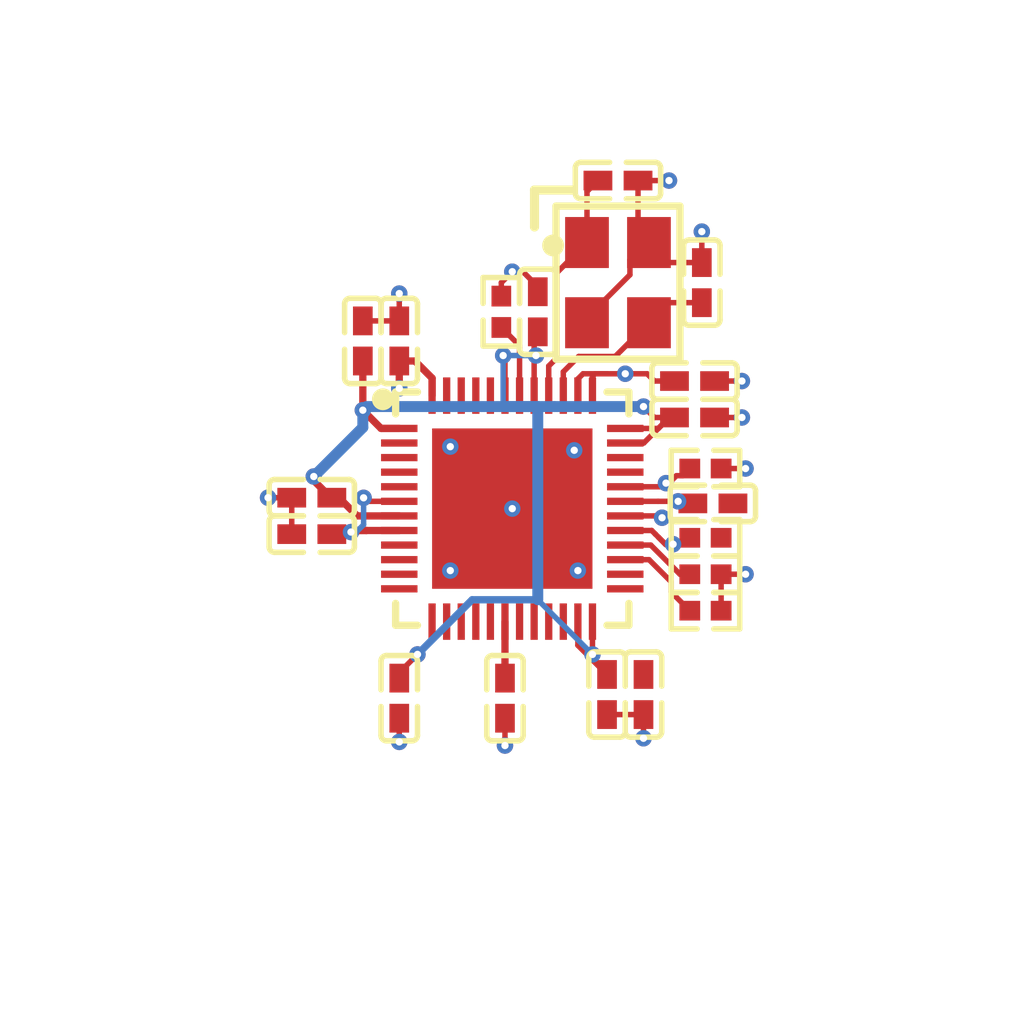
<source format=kicad_pcb>
(kicad_pcb (version 20241229) (generator "pcbnew") (generator_version "9.0")
  (layers (0 "F.Cu" signal) (2 "B.Cu" signal) (13 "F.Paste" user) (15 "B.Paste" user) (5 "F.SilkS" user "F.Silkscreen") (7 "B.SilkS" user "B.Silkscreen") (1 "F.Mask" user) (3 "B.Mask" user) (25 "Edge.Cuts" user))
  (net 0 "")
  (net 1 "ethernets[3]-ETH_LED_LINK")
  (net 2 "ethernets[4]-ETH_P0_N")
  (net 3 "SCL")
  (net 4 "ethernets[0]-ETH_P1_N")
  (net 5 "ethernets[1]-ETH_LED_LINK")
  (net 6 "ethernets[4]-ETH_P1_N")
  (net 7 "ethernets[3]-ETH_P0_N")
  (net 8 "ethernets[0]-ETH_P1_P")
  (net 9 "ethernets[0]-ETH_P0_N")
  (net 10 "ethernets[4]-ETH_P0_P")
  (net 11 "ethernets[3]-ETH_P0_P")
  (net 12 "ethernets[1]-ETH_P1_P")
  (net 13 "ethernets[2]-ETH_P0_N")
  (net 14 "ethernets[2]-ETH_P1_N")
  (net 15 "ethernets[1]-ETH_P0_P")
  (net 16 "ethernets[2]-ETH_P0_P")
  (net 17 "ethernets[4]-ETH_P1_P")
  (net 18 "ethernets[1]-ETH_P1_N")
  (net 19 "ethernets[0]-ETH_P0_P")
  (net 20 "ethernets[2]-ETH_P1_P")
  (net 21 "ethernets[3]-ETH_P1_P")
  (net 22 "ethernets[4]-ETH_LED_LINK")
  (net 23 "SDA")
  (net 24 "ethernets[3]-ETH_P1_N")
  (net 25 "ethernets[1]-ETH_P0_N")
  (net 26 "_power_1v2-VCC")
  (net 27 "GND")
  (net 28 "XO")
  (net 29 "IBREF")
  (net 30 "power_3v3-VCC")
  (net 31 "XI")
  (net 32 "RESETB")
  (net 33 "ethernets[2]-ETH_LED_LINK")
  (net 34 "LDIND_DIS_LD")
  (net 35 "ethernets[0]-ETH_LED_LINK")
  (footprint "Samsung_Electro_Mechanics_CL05B104KO5NNNC:C0402" (layer "F.Cu") (at 157.1 118 180)
    (property "Reference" "C8" (hide yes))
    (property "Value" "100nF ±10% 16V X7R")
    (fp_line (start 1.17 0.35) (end 1.17 -0.35) (stroke (width 0.15)) (layer "F.SilkS"))
    (fp_line (start 1.02 -0.5) (end 0.23 -0.5) (stroke (width 0.15)) (layer "F.SilkS"))
    (fp_line (start 0.23 0.5) (end 1.02 0.5) (stroke (width 0.15)) (layer "F.SilkS"))
    (fp_line (start -0.23 0.5) (end -1.02 0.5) (stroke (width 0.15)) (layer "F.SilkS"))
    (fp_line (start -1.02 -0.5) (end -0.23 -0.5) (stroke (width 0.15)) (layer "F.SilkS"))
    (fp_line (start -1.17 0.35) (end -1.17 -0.35) (stroke (width 0.15)) (layer "F.SilkS"))
    (fp_arc (start 1.17 0.35) (mid 1.126066 0.456066) (end 1.02 0.5) (stroke (width 0.15)) (layer "F.SilkS"))
    (fp_arc (start 1.02 -0.5) (mid 1.126066 -0.456066) (end 1.17 -0.35) (stroke (width 0.15)) (layer "F.SilkS"))
    (fp_arc (start -1.02 0.5) (mid -1.126066 0.456066) (end -1.17 0.35) (stroke (width 0.15)) (layer "F.SilkS"))
    (fp_arc (start -1.17 -0.35) (mid -1.126066 -0.456066) (end -1.02 -0.5) (stroke (width 0.15)) (layer "F.SilkS"))
    (pad "1" smd rect (at -0.55 0 180) (size 0.79 0.54) (layers "F.Cu" "F.Mask" "F.Paste") (net 30 "power_3v3-VCC"))
    (pad "2" smd rect (at 0.55 0 180) (size 0.79 0.54) (layers "F.Cu" "F.Mask" "F.Paste") (net 27 "GND"))
  )
  (footprint "Samsung_Electro_Mechanics_CL05B104KO5NNNC:C0402" (layer "F.Cu") (at 159.5 112.7 90)
    (property "Reference" "C9" (hide yes))
    (property "Value" "100nF ±10% 16V X7R")
    (fp_line (start 1.02 -0.5) (end 0.23 -0.5) (stroke (width 0.15)) (layer "F.SilkS"))
    (fp_line (start -1.02 -0.5) (end -0.23 -0.5) (stroke (width 0.15)) (layer "F.SilkS"))
    (fp_line (start 1.17 0.35) (end 1.17 -0.35) (stroke (width 0.15)) (layer "F.SilkS"))
    (fp_line (start -1.17 0.35) (end -1.17 -0.35) (stroke (width 0.15)) (layer "F.SilkS"))
    (fp_line (start 0.23 0.5) (end 1.02 0.5) (stroke (width 0.15)) (layer "F.SilkS"))
    (fp_line (start -0.23 0.5) (end -1.02 0.5) (stroke (width 0.15)) (layer "F.SilkS"))
    (fp_arc (start 1.02 -0.5) (mid 1.126066 -0.456066) (end 1.17 -0.35) (stroke (width 0.15)) (layer "F.SilkS"))
    (fp_arc (start -1.17 -0.35) (mid -1.126066 -0.456066) (end -1.02 -0.5) (stroke (width 0.15)) (layer "F.SilkS"))
    (fp_arc (start 1.17 0.35) (mid 1.126066 0.456066) (end 1.02 0.5) (stroke (width 0.15)) (layer "F.SilkS"))
    (fp_arc (start -1.02 0.5) (mid -1.126066 0.456066) (end -1.17 0.35) (stroke (width 0.15)) (layer "F.SilkS"))
    (pad "1" smd rect (at -0.55 0 90) (size 0.79 0.54) (layers "F.Cu" "F.Mask" "F.Paste") (net 30 "power_3v3-VCC"))
    (pad "2" smd rect (at 0.55 0 90) (size 0.79 0.54) (layers "F.Cu" "F.Mask" "F.Paste") (net 27 "GND"))
  )
  (footprint "YAGEO_CC0402JRNPO9BN180:C0402" (layer "F.Cu") (at 165.5 108.3 0)
    (property "Reference" "C1" (hide yes))
    (property "Value" "18pF ±5% 50V C0G")
    (fp_line (start -1.17 0.35) (end -1.17 -0.35) (stroke (width 0.15)) (layer "F.SilkS"))
    (fp_line (start -1.02 -0.5) (end -0.23 -0.5) (stroke (width 0.15)) (layer "F.SilkS"))
    (fp_line (start -0.23 0.5) (end -1.02 0.5) (stroke (width 0.15)) (layer "F.SilkS"))
    (fp_line (start 0.23 0.5) (end 1.02 0.5) (stroke (width 0.15)) (layer "F.SilkS"))
    (fp_line (start 1.02 -0.5) (end 0.23 -0.5) (stroke (width 0.15)) (layer "F.SilkS"))
    (fp_line (start 1.17 0.35) (end 1.17 -0.35) (stroke (width 0.15)) (layer "F.SilkS"))
    (fp_arc (start -1.17 -0.35) (mid -1.126066 -0.456066) (end -1.02 -0.5) (stroke (width 0.15)) (layer "F.SilkS"))
    (fp_arc (start -1.02 0.5) (mid -1.126066 0.456066) (end -1.17 0.35) (stroke (width 0.15)) (layer "F.SilkS"))
    (fp_arc (start 1.02 -0.5) (mid 1.126066 -0.456066) (end 1.17 -0.35) (stroke (width 0.15)) (layer "F.SilkS"))
    (fp_arc (start 1.17 0.35) (mid 1.126066 0.456066) (end 1.02 0.5) (stroke (width 0.15)) (layer "F.SilkS"))
    (pad "1" smd rect (at -0.55 0 0) (size 0.79 0.54) (layers "F.Cu" "F.Mask" "F.Paste") (net 31 "XI"))
    (pad "2" smd rect (at 0.55 0 0) (size 0.79 0.54) (layers "F.Cu" "F.Mask" "F.Paste") (net 27 "GND"))
  )
  (footprint "Realtek_Semicon_RTL8305NB_VB_CG:QFN-48_L6.0-W6.0-P0.40-TL-EP4.4" (layer "F.Cu") (at 162.6 117.3 0)
    (property "Reference" "U1" (hide yes))
    (property "Value" "")
    (fp_line (start -3.2 -3.2) (end -2.6 -3.2) (stroke (width 0.2)) (layer "F.SilkS"))
    (fp_line (start -3.2 -2.6) (end -3.2 -3.2) (stroke (width 0.2)) (layer "F.SilkS"))
    (fp_line (start -3.2 3.2) (end -3.2 2.6) (stroke (width 0.2)) (layer "F.SilkS"))
    (fp_line (start -2.6 3.2) (end -3.2 3.2) (stroke (width 0.2)) (layer "F.SilkS"))
    (fp_line (start 2.6 -3.2) (end 3.2 -3.2) (stroke (width 0.2)) (layer "F.SilkS"))
    (fp_line (start 2.6 3.2) (end 3.2 3.2) (stroke (width 0.2)) (layer "F.SilkS"))
    (fp_line (start 3.2 -3.2) (end 3.2 -2.6) (stroke (width 0.2)) (layer "F.SilkS"))
    (fp_line (start 3.2 3.2) (end 3.2 2.6) (stroke (width 0.2)) (layer "F.SilkS"))
    (fp_arc (start -3.55 -3) (mid -3.55 -3) (end -3.55 -3) (stroke (width 0.3)) (layer "F.SilkS"))
    (pad "1" smd rect (at -3.1 -2.2 0) (size 1 0.2) (layers "F.Cu" "F.Mask" "F.Paste") (net 26 "_power_1v2-VCC"))
    (pad "2" smd rect (at -3.1 -1.8 0) (size 1 0.2) (layers "F.Cu" "F.Mask" "F.Paste") (net 15 "ethernets[1]-ETH_P0_P"))
    (pad "3" smd rect (at -3.1 -1.4 0) (size 1 0.2) (layers "F.Cu" "F.Mask" "F.Paste") (net 25 "ethernets[1]-ETH_P0_N"))
    (pad "4" smd rect (at -3.1 -1 0) (size 1 0.2) (layers "F.Cu" "F.Mask" "F.Paste") (net 18 "ethernets[1]-ETH_P1_N"))
    (pad "5" smd rect (at -3.1 -0.6 0) (size 1 0.2) (layers "F.Cu" "F.Mask" "F.Paste") (net 12 "ethernets[1]-ETH_P1_P"))
    (pad "6" smd rect (at -3.1 -0.2 0) (size 1 0.2) (layers "F.Cu" "F.Mask" "F.Paste") (net 30 "power_3v3-VCC"))
    (pad "7" smd rect (at -3.1 0.2 0) (size 1 0.2) (layers "F.Cu" "F.Mask" "F.Paste") (net 26 "_power_1v2-VCC"))
    (pad "8" smd rect (at -3.1 0.6 0) (size 1 0.2) (layers "F.Cu" "F.Mask" "F.Paste") (net 30 "power_3v3-VCC"))
    (pad "9" smd rect (at -3.1 1 0) (size 1 0.2) (layers "F.Cu" "F.Mask" "F.Paste") (net 20 "ethernets[2]-ETH_P1_P"))
    (pad "10" smd rect (at -3.1 1.4 0) (size 1 0.2) (layers "F.Cu" "F.Mask" "F.Paste") (net 14 "ethernets[2]-ETH_P1_N"))
    (pad "11" smd rect (at -3.1 1.8 0) (size 1 0.2) (layers "F.Cu" "F.Mask" "F.Paste") (net 13 "ethernets[2]-ETH_P0_N"))
    (pad "12" smd rect (at -3.1 2.2 0) (size 1 0.2) (layers "F.Cu" "F.Mask" "F.Paste") (net 16 "ethernets[2]-ETH_P0_P"))
    (pad "13" smd rect (at -2.2 3.1 0) (size 0.2 1) (layers "F.Cu" "F.Mask" "F.Paste") (net 26 "_power_1v2-VCC"))
    (pad "14" smd rect (at -1.8 3.1 0) (size 0.2 1) (layers "F.Cu" "F.Mask" "F.Paste") (net 11 "ethernets[3]-ETH_P0_P"))
    (pad "15" smd rect (at -1.4 3.1 0) (size 0.2 1) (layers "F.Cu" "F.Mask" "F.Paste") (net 7 "ethernets[3]-ETH_P0_N"))
    (pad "16" smd rect (at -1 3.1 0) (size 0.2 1) (layers "F.Cu" "F.Mask" "F.Paste") (net 24 "ethernets[3]-ETH_P1_N"))
    (pad "17" smd rect (at -0.6 3.1 0) (size 0.2 1) (layers "F.Cu" "F.Mask" "F.Paste") (net 21 "ethernets[3]-ETH_P1_P"))
    (pad "18" smd rect (at -0.2 3.1 0) (size 0.2 1) (layers "F.Cu" "F.Mask" "F.Paste") (net 30 "power_3v3-VCC"))
    (pad "19" smd rect (at 0.2 3.1 0) (size 0.2 1) (layers "F.Cu" "F.Mask" "F.Paste") (net 17 "ethernets[4]-ETH_P1_P"))
    (pad "20" smd rect (at 0.6 3.1 0) (size 0.2 1) (layers "F.Cu" "F.Mask" "F.Paste") (net 6 "ethernets[4]-ETH_P1_N"))
    (pad "21" smd rect (at 1 3.1 0) (size 0.2 1) (layers "F.Cu" "F.Mask" "F.Paste") (net 2 "ethernets[4]-ETH_P0_N"))
    (pad "22" smd rect (at 1.4 3.1 0) (size 0.2 1) (layers "F.Cu" "F.Mask" "F.Paste") (net 10 "ethernets[4]-ETH_P0_P"))
    (pad "23" smd rect (at 1.8 3.1 0) (size 0.2 1) (layers "F.Cu" "F.Mask" "F.Paste") (net 26 "_power_1v2-VCC"))
    (pad "24" smd rect (at 2.2 3.1 0) (size 0.2 1) (layers "F.Cu" "F.Mask" "F.Paste") (net 26 "_power_1v2-VCC"))
    (pad "25" smd rect (at 3.1 2.2 0) (size 1 0.2) (layers "F.Cu" "F.Mask" "F.Paste") (net 3 "SCL"))
    (pad "26" smd rect (at 3.1 1.8 0) (size 1 0.2) (layers "F.Cu" "F.Mask" "F.Paste") (net 23 "SDA"))
    (pad "27" smd rect (at 3.1 1.4 0) (size 1 0.2) (layers "F.Cu" "F.Mask" "F.Paste") (net 32 "RESETB"))
    (pad "28" smd rect (at 3.1 1 0) (size 1 0.2) (layers "F.Cu" "F.Mask" "F.Paste") (net 34 "LDIND_DIS_LD"))
    (pad "29" smd rect (at 3.1 0.6 0) (size 1 0.2) (layers "F.Cu" "F.Mask" "F.Paste") (net 35 "ethernets[0]-ETH_LED_LINK"))
    (pad "30" smd rect (at 3.1 0.2 0) (size 1 0.2) (layers "F.Cu" "F.Mask" "F.Paste") (net 5 "ethernets[1]-ETH_LED_LINK"))
    (pad "31" smd rect (at 3.1 -0.2 0) (size 1 0.2) (layers "F.Cu" "F.Mask" "F.Paste") (net 30 "power_3v3-VCC"))
    (pad "32" smd rect (at 3.1 -0.6 0) (size 1 0.2) (layers "F.Cu" "F.Mask" "F.Paste") (net 33 "ethernets[2]-ETH_LED_LINK"))
    (pad "33" smd rect (at 3.1 -1 0) (size 1 0.2) (layers "F.Cu" "F.Mask" "F.Paste") (net 1 "ethernets[3]-ETH_LED_LINK"))
    (pad "34" smd rect (at 3.1 -1.4 0) (size 1 0.2) (layers "F.Cu" "F.Mask" "F.Paste") (net 22 "ethernets[4]-ETH_LED_LINK"))
    (pad "35" smd rect (at 3.1 -1.8 0) (size 1 0.2) (layers "F.Cu" "F.Mask" "F.Paste") (net 26 "_power_1v2-VCC"))
    (pad "36" smd rect (at 3.1 -2.2 0) (size 1 0.2) (layers "F.Cu" "F.Mask" "F.Paste") (net 26 "_power_1v2-VCC"))
    (pad "37" smd rect (at 2.2 -3.1 0) (size 0.2 1) (layers "F.Cu" "F.Mask" "F.Paste") (net 30 "power_3v3-VCC"))
    (pad "38" smd rect (at 1.8 -3.1 0) (size 0.2 1) (layers "F.Cu" "F.Mask" "F.Paste") (net 30 "power_3v3-VCC"))
    (pad "39" smd rect (at 1.4 -3.1 0) (size 0.2 1) (layers "F.Cu" "F.Mask" "F.Paste") (net 28 "XO"))
    (pad "40" smd rect (at 1 -3.1 0) (size 0.2 1) (layers "F.Cu" "F.Mask" "F.Paste") (net 31 "XI"))
    (pad "41" smd rect (at 0.6 -3.1 0) (size 0.2 1) (layers "F.Cu" "F.Mask" "F.Paste") (net 26 "_power_1v2-VCC"))
    (pad "42" smd rect (at 0.2 -3.1 0) (size 0.2 1) (layers "F.Cu" "F.Mask" "F.Paste") (net 29 "IBREF"))
    (pad "43" smd rect (at -0.2 -3.1 0) (size 0.2 1) (layers "F.Cu" "F.Mask" "F.Paste") (net 26 "_power_1v2-VCC"))
    (pad "44" smd rect (at -0.6 -3.1 0) (size 0.2 1) (layers "F.Cu" "F.Mask" "F.Paste") (net 19 "ethernets[0]-ETH_P0_P"))
    (pad "45" smd rect (at -1 -3.1 0) (size 0.2 1) (layers "F.Cu" "F.Mask" "F.Paste") (net 9 "ethernets[0]-ETH_P0_N"))
    (pad "46" smd rect (at -1.4 -3.1 0) (size 0.2 1) (layers "F.Cu" "F.Mask" "F.Paste") (net 4 "ethernets[0]-ETH_P1_N"))
    (pad "47" smd rect (at -1.8 -3.1 0) (size 0.2 1) (layers "F.Cu" "F.Mask" "F.Paste") (net 8 "ethernets[0]-ETH_P1_P"))
    (pad "48" smd rect (at -2.2 -3.1 0) (size 0.2 1) (layers "F.Cu" "F.Mask" "F.Paste") (net 30 "power_3v3-VCC"))
    (pad "49" smd rect (at 0 0 0) (size 4.4 4.4) (layers "F.Cu" "F.Mask" "F.Paste") (net 27 "GND"))
  )
  (footprint "RALEC_RTT022491FTH:R0402" (layer "F.Cu") (at 162.3 111.9 90)
    (property "Reference" "R1" (hide yes))
    (property "Value" "2.49kΩ ±1% 62.5mW")
    (fp_line (start 0.94 -0.5) (end 0.23 -0.5) (stroke (width 0.15)) (layer "F.SilkS"))
    (fp_line (start -0.94 -0.5) (end -0.23 -0.5) (stroke (width 0.15)) (layer "F.SilkS"))
    (fp_line (start 0.94 0.5) (end 0.94 -0.5) (stroke (width 0.15)) (layer "F.SilkS"))
    (fp_line (start 0.23 0.5) (end 0.94 0.5) (stroke (width 0.15)) (layer "F.SilkS"))
    (fp_line (start -0.23 0.5) (end -0.94 0.5) (stroke (width 0.15)) (layer "F.SilkS"))
    (fp_line (start -0.94 0.5) (end -0.94 -0.5) (stroke (width 0.15)) (layer "F.SilkS"))
    (pad "1" smd rect (at -0.43 0 90) (size 0.57 0.54) (layers "F.Cu" "F.Mask" "F.Paste") (net 29 "IBREF"))
    (pad "2" smd rect (at 0.43 0 90) (size 0.57 0.54) (layers "F.Cu" "F.Mask" "F.Paste") (net 27 "GND"))
  )
  (footprint "Samsung_Electro_Mechanics_CL05B104KO5NNNC:C0402" (layer "F.Cu") (at 168.103785 117.156623 0)
    (property "Reference" "C7" (hide yes))
    (property "Value" "100nF ±10% 16V X7R")
    (fp_line (start -1.17 0.35) (end -1.17 -0.35) (stroke (width 0.15)) (layer "F.SilkS"))
    (fp_line (start -1.02 -0.5) (end -0.23 -0.5) (stroke (width 0.15)) (layer "F.SilkS"))
    (fp_line (start -0.23 0.5) (end -1.02 0.5) (stroke (width 0.15)) (layer "F.SilkS"))
    (fp_line (start 0.23 0.5) (end 1.02 0.5) (stroke (width 0.15)) (layer "F.SilkS"))
    (fp_line (start 1.02 -0.5) (end 0.23 -0.5) (stroke (width 0.15)) (layer "F.SilkS"))
    (fp_line (start 1.17 0.35) (end 1.17 -0.35) (stroke (width 0.15)) (layer "F.SilkS"))
    (fp_arc (start -1.17 -0.35) (mid -1.126066 -0.456066) (end -1.02 -0.5) (stroke (width 0.15)) (layer "F.SilkS"))
    (fp_arc (start -1.02 0.5) (mid -1.126066 0.456066) (end -1.17 0.35) (stroke (width 0.15)) (layer "F.SilkS"))
    (fp_arc (start 1.02 -0.5) (mid 1.126066 -0.456066) (end 1.17 -0.35) (stroke (width 0.15)) (layer "F.SilkS"))
    (fp_arc (start 1.17 0.35) (mid 1.126066 0.456066) (end 1.02 0.5) (stroke (width 0.15)) (layer "F.SilkS"))
    (pad "1" smd rect (at -0.55 0 0) (size 0.79 0.54) (layers "F.Cu" "F.Mask" "F.Paste") (net 30 "power_3v3-VCC"))
    (pad "2" smd rect (at 0.55 0 0) (size 0.79 0.54) (layers "F.Cu" "F.Mask" "F.Paste") (net 27 "GND"))
  )
  (footprint "Samsung_Electro_Mechanics_CL05B104KO5NNNC:C0402" (layer "F.Cu") (at 165.2 122.4 -90)
    (property "Reference" "C6" (hide yes))
    (property "Value" "100nF ±10% 16V X7R")
    (fp_line (start -0.23 0.5) (end -1.02 0.5) (stroke (width 0.15)) (layer "F.SilkS"))
    (fp_line (start 0.23 0.5) (end 1.02 0.5) (stroke (width 0.15)) (layer "F.SilkS"))
    (fp_line (start -1.17 0.35) (end -1.17 -0.35) (stroke (width 0.15)) (layer "F.SilkS"))
    (fp_line (start 1.17 0.35) (end 1.17 -0.35) (stroke (width 0.15)) (layer "F.SilkS"))
    (fp_line (start -1.02 -0.5) (end -0.23 -0.5) (stroke (width 0.15)) (layer "F.SilkS"))
    (fp_line (start 1.02 -0.5) (end 0.23 -0.5) (stroke (width 0.15)) (layer "F.SilkS"))
    (fp_arc (start -1.02 0.5) (mid -1.126066 0.456066) (end -1.17 0.35) (stroke (width 0.15)) (layer "F.SilkS"))
    (fp_arc (start 1.17 0.35) (mid 1.126066 0.456066) (end 1.02 0.5) (stroke (width 0.15)) (layer "F.SilkS"))
    (fp_arc (start -1.17 -0.35) (mid -1.126066 -0.456066) (end -1.02 -0.5) (stroke (width 0.15)) (layer "F.SilkS"))
    (fp_arc (start 1.02 -0.5) (mid 1.126066 -0.456066) (end 1.17 -0.35) (stroke (width 0.15)) (layer "F.SilkS"))
    (pad "1" smd rect (at -0.55 0 270) (size 0.79 0.54) (layers "F.Cu" "F.Mask" "F.Paste") (net 26 "_power_1v2-VCC"))
    (pad "2" smd rect (at 0.55 0 270) (size 0.79 0.54) (layers "F.Cu" "F.Mask" "F.Paste") (net 27 "GND"))
  )
  (footprint "Yangxing_Tech_X322525MRB4SI:OSC-SMD_4P-L3.2-W2.5-BL_SIT8008BI" (layer "F.Cu") (at 165.5 111.1 -90)
    (property "Reference" "X1" (hide yes))
    (property "Value" "")
    (fp_line (start -2.54 2.29) (end -2.54 2.29) (stroke (width 0.25)) (layer "F.SilkS"))
    (fp_line (start -2.54 2.29) (end -1.53 2.29) (stroke (width 0.25)) (layer "F.SilkS"))
    (fp_line (start -1.53 2.29) (end -1.53 2.29) (stroke (width 0.25)) (layer "F.SilkS"))
    (fp_line (start -2.1 1.7) (end 2.1 1.7) (stroke (width 0.2)) (layer "F.SilkS"))
    (fp_line (start 2.1 1.7) (end 2.1 -1.7) (stroke (width 0.2)) (layer "F.SilkS"))
    (fp_line (start -2.54 1.27) (end -2.54 2.29) (stroke (width 0.25)) (layer "F.SilkS"))
    (fp_line (start -2.54 1.27) (end -2.54 1.27) (stroke (width 0.25)) (layer "F.SilkS"))
    (fp_line (start -2.1 -1.7) (end -2.1 1.7) (stroke (width 0.2)) (layer "F.SilkS"))
    (fp_line (start 2.1 -1.7) (end -2.1 -1.7) (stroke (width 0.2)) (layer "F.SilkS"))
    (fp_arc (start -1.02 1.78) (mid -1.02 1.78) (end -1.02 1.78) (stroke (width 0.3)) (layer "F.SilkS"))
    (pad "1" smd rect (at -1.1 0.85 270) (size 1.4 1.2) (layers "F.Cu" "F.Mask" "F.Paste") (net 31 "XI"))
    (pad "2" smd rect (at 1.1 0.85 270) (size 1.4 1.2) (layers "F.Cu" "F.Mask" "F.Paste") (net 27 "GND"))
    (pad "3" smd rect (at 1.1 -0.85 270) (size 1.4 1.2) (layers "F.Cu" "F.Mask" "F.Paste") (net 28 "XO"))
    (pad "4" smd rect (at -1.1 -0.85 270) (size 1.4 1.2) (layers "F.Cu" "F.Mask" "F.Paste") (net 27 "GND"))
  )
  (footprint "Samsung_Electro_Mechanics_CL05B104KO5NNNC:C0402" (layer "F.Cu") (at 167.6 114.8 0)
    (property "Reference" "C13" (hide yes))
    (property "Value" "100nF ±10% 16V X7R")
    (fp_line (start -1.17 0.35) (end -1.17 -0.35) (stroke (width 0.15)) (layer "F.SilkS"))
    (fp_line (start -1.02 -0.5) (end -0.23 -0.5) (stroke (width 0.15)) (layer "F.SilkS"))
    (fp_line (start -0.23 0.5) (end -1.02 0.5) (stroke (width 0.15)) (layer "F.SilkS"))
    (fp_line (start 0.23 0.5) (end 1.02 0.5) (stroke (width 0.15)) (layer "F.SilkS"))
    (fp_line (start 1.02 -0.5) (end 0.23 -0.5) (stroke (width 0.15)) (layer "F.SilkS"))
    (fp_line (start 1.17 0.35) (end 1.17 -0.35) (stroke (width 0.15)) (layer "F.SilkS"))
    (fp_arc (start -1.17 -0.35) (mid -1.126066 -0.456066) (end -1.02 -0.5) (stroke (width 0.15)) (layer "F.SilkS"))
    (fp_arc (start -1.02 0.5) (mid -1.126066 0.456066) (end -1.17 0.35) (stroke (width 0.15)) (layer "F.SilkS"))
    (fp_arc (start 1.02 -0.5) (mid 1.126066 -0.456066) (end 1.17 -0.35) (stroke (width 0.15)) (layer "F.SilkS"))
    (fp_arc (start 1.17 0.35) (mid 1.126066 0.456066) (end 1.02 0.5) (stroke (width 0.15)) (layer "F.SilkS"))
    (pad "1" smd rect (at -0.55 0 0) (size 0.79 0.54) (layers "F.Cu" "F.Mask" "F.Paste") (net 26 "_power_1v2-VCC"))
    (pad "2" smd rect (at 0.55 0 0) (size 0.79 0.54) (layers "F.Cu" "F.Mask" "F.Paste") (net 27 "GND"))
  )
  (footprint "UNI_ROYAL_0402WGF1002TCE:R0402" (layer "F.Cu") (at 167.9 120.1 0)
    (property "Reference" "R2" (hide yes))
    (property "Value" "10kΩ ±1% 62.5mW")
    (fp_line (start -0.94 -0.5) (end -0.23 -0.5) (stroke (width 0.15)) (layer "F.SilkS"))
    (fp_line (start -0.94 0.5) (end -0.94 -0.5) (stroke (width 0.15)) (layer "F.SilkS"))
    (fp_line (start -0.23 0.5) (end -0.94 0.5) (stroke (width 0.15)) (layer "F.SilkS"))
    (fp_line (start 0.23 0.5) (end 0.94 0.5) (stroke (width 0.15)) (layer "F.SilkS"))
    (fp_line (start 0.94 -0.5) (end 0.23 -0.5) (stroke (width 0.15)) (layer "F.SilkS"))
    (fp_line (start 0.94 0.5) (end 0.94 -0.5) (stroke (width 0.15)) (layer "F.SilkS"))
    (pad "1" smd rect (at -0.43 0 0) (size 0.57 0.54) (layers "F.Cu" "F.Mask" "F.Paste") (net 32 "RESETB"))
    (pad "2" smd rect (at 0.43 0 0) (size 0.57 0.54) (layers "F.Cu" "F.Mask" "F.Paste") (net 30 "power_3v3-VCC"))
  )
  (footprint "UNI_ROYAL_0402WGF1002TCE:R0402" (layer "F.Cu") (at 167.9 119.1 0)
    (property "Reference" "R3" (hide yes))
    (property "Value" "10kΩ ±1% 62.5mW")
    (fp_line (start -0.94 -0.5) (end -0.23 -0.5) (stroke (width 0.15)) (layer "F.SilkS"))
    (fp_line (start -0.94 0.5) (end -0.94 -0.5) (stroke (width 0.15)) (layer "F.SilkS"))
    (fp_line (start -0.23 0.5) (end -0.94 0.5) (stroke (width 0.15)) (layer "F.SilkS"))
    (fp_line (start 0.23 0.5) (end 0.94 0.5) (stroke (width 0.15)) (layer "F.SilkS"))
    (fp_line (start 0.94 -0.5) (end 0.23 -0.5) (stroke (width 0.15)) (layer "F.SilkS"))
    (fp_line (start 0.94 0.5) (end 0.94 -0.5) (stroke (width 0.15)) (layer "F.SilkS"))
    (pad "1" smd rect (at -0.43 0 0) (size 0.57 0.54) (layers "F.Cu" "F.Mask" "F.Paste") (net 34 "LDIND_DIS_LD"))
    (pad "2" smd rect (at 0.43 0 0) (size 0.57 0.54) (layers "F.Cu" "F.Mask" "F.Paste") (net 30 "power_3v3-VCC"))
  )
  (footprint "Samsung_Electro_Mechanics_CL05B104KO5NNNC:C0402" (layer "F.Cu") (at 159.5 122.5 -90)
    (property "Reference" "C3" (hide yes))
    (property "Value" "100nF ±10% 16V X7R")
    (fp_line (start -0.23 0.5) (end -1.02 0.5) (stroke (width 0.15)) (layer "F.SilkS"))
    (fp_line (start 0.23 0.5) (end 1.02 0.5) (stroke (width 0.15)) (layer "F.SilkS"))
    (fp_line (start -1.17 0.35) (end -1.17 -0.35) (stroke (width 0.15)) (layer "F.SilkS"))
    (fp_line (start 1.17 0.35) (end 1.17 -0.35) (stroke (width 0.15)) (layer "F.SilkS"))
    (fp_line (start -1.02 -0.5) (end -0.23 -0.5) (stroke (width 0.15)) (layer "F.SilkS"))
    (fp_line (start 1.02 -0.5) (end 0.23 -0.5) (stroke (width 0.15)) (layer "F.SilkS"))
    (fp_arc (start -1.02 0.5) (mid -1.126066 0.456066) (end -1.17 0.35) (stroke (width 0.15)) (layer "F.SilkS"))
    (fp_arc (start 1.17 0.35) (mid 1.126066 0.456066) (end 1.02 0.5) (stroke (width 0.15)) (layer "F.SilkS"))
    (fp_arc (start -1.17 -0.35) (mid -1.126066 -0.456066) (end -1.02 -0.5) (stroke (width 0.15)) (layer "F.SilkS"))
    (fp_arc (start 1.02 -0.5) (mid 1.126066 -0.456066) (end 1.17 -0.35) (stroke (width 0.15)) (layer "F.SilkS"))
    (pad "1" smd rect (at -0.55 0 270) (size 0.79 0.54) (layers "F.Cu" "F.Mask" "F.Paste") (net 26 "_power_1v2-VCC"))
    (pad "2" smd rect (at 0.55 0 270) (size 0.79 0.54) (layers "F.Cu" "F.Mask" "F.Paste") (net 27 "GND"))
  )
  (footprint "Samsung_Electro_Mechanics_CL05B104KO5NNNC:C0402" (layer "F.Cu") (at 167.6 113.8 0)
    (property "Reference" "C12" (hide yes))
    (property "Value" "100nF ±10% 16V X7R")
    (fp_line (start -1.17 0.35) (end -1.17 -0.35) (stroke (width 0.15)) (layer "F.SilkS"))
    (fp_line (start -1.02 -0.5) (end -0.23 -0.5) (stroke (width 0.15)) (layer "F.SilkS"))
    (fp_line (start -0.23 0.5) (end -1.02 0.5) (stroke (width 0.15)) (layer "F.SilkS"))
    (fp_line (start 0.23 0.5) (end 1.02 0.5) (stroke (width 0.15)) (layer "F.SilkS"))
    (fp_line (start 1.02 -0.5) (end 0.23 -0.5) (stroke (width 0.15)) (layer "F.SilkS"))
    (fp_line (start 1.17 0.35) (end 1.17 -0.35) (stroke (width 0.15)) (layer "F.SilkS"))
    (fp_arc (start -1.17 -0.35) (mid -1.126066 -0.456066) (end -1.02 -0.5) (stroke (width 0.15)) (layer "F.SilkS"))
    (fp_arc (start -1.02 0.5) (mid -1.126066 0.456066) (end -1.17 0.35) (stroke (width 0.15)) (layer "F.SilkS"))
    (fp_arc (start 1.02 -0.5) (mid 1.126066 -0.456066) (end 1.17 -0.35) (stroke (width 0.15)) (layer "F.SilkS"))
    (fp_arc (start 1.17 0.35) (mid 1.126066 0.456066) (end 1.02 0.5) (stroke (width 0.15)) (layer "F.SilkS"))
    (pad "1" smd rect (at -0.55 0 0) (size 0.79 0.54) (layers "F.Cu" "F.Mask" "F.Paste") (net 30 "power_3v3-VCC"))
    (pad "2" smd rect (at 0.55 0 0) (size 0.79 0.54) (layers "F.Cu" "F.Mask" "F.Paste") (net 27 "GND"))
  )
  (footprint "YAGEO_CC0402JRNPO9BN180:C0402" (layer "F.Cu") (at 167.8 111.1 90)
    (property "Reference" "C2" (hide yes))
    (property "Value" "18pF ±5% 50V C0G")
    (fp_line (start 1.02 -0.5) (end 0.23 -0.5) (stroke (width 0.15)) (layer "F.SilkS"))
    (fp_line (start -1.02 -0.5) (end -0.23 -0.5) (stroke (width 0.15)) (layer "F.SilkS"))
    (fp_line (start 1.17 0.35) (end 1.17 -0.35) (stroke (width 0.15)) (layer "F.SilkS"))
    (fp_line (start -1.17 0.35) (end -1.17 -0.35) (stroke (width 0.15)) (layer "F.SilkS"))
    (fp_line (start 0.23 0.5) (end 1.02 0.5) (stroke (width 0.15)) (layer "F.SilkS"))
    (fp_line (start -0.23 0.5) (end -1.02 0.5) (stroke (width 0.15)) (layer "F.SilkS"))
    (fp_arc (start 1.02 -0.5) (mid 1.126066 -0.456066) (end 1.17 -0.35) (stroke (width 0.15)) (layer "F.SilkS"))
    (fp_arc (start -1.17 -0.35) (mid -1.126066 -0.456066) (end -1.02 -0.5) (stroke (width 0.15)) (layer "F.SilkS"))
    (fp_arc (start 1.17 0.35) (mid 1.126066 0.456066) (end 1.02 0.5) (stroke (width 0.15)) (layer "F.SilkS"))
    (fp_arc (start -1.02 0.5) (mid -1.126066 0.456066) (end -1.17 0.35) (stroke (width 0.15)) (layer "F.SilkS"))
    (pad "1" smd rect (at -0.55 0 90) (size 0.79 0.54) (layers "F.Cu" "F.Mask" "F.Paste") (net 28 "XO"))
    (pad "2" smd rect (at 0.55 0 90) (size 0.79 0.54) (layers "F.Cu" "F.Mask" "F.Paste") (net 27 "GND"))
  )
  (footprint "Samsung_Electro_Mechanics_CL05B104KO5NNNC:C0402" (layer "F.Cu") (at 163.3 111.9 90)
    (property "Reference" "C14" (hide yes))
    (property "Value" "100nF ±10% 16V X7R")
    (fp_line (start 1.02 -0.5) (end 0.23 -0.5) (stroke (width 0.15)) (layer "F.SilkS"))
    (fp_line (start -1.02 -0.5) (end -0.23 -0.5) (stroke (width 0.15)) (layer "F.SilkS"))
    (fp_line (start 1.17 0.35) (end 1.17 -0.35) (stroke (width 0.15)) (layer "F.SilkS"))
    (fp_line (start -1.17 0.35) (end -1.17 -0.35) (stroke (width 0.15)) (layer "F.SilkS"))
    (fp_line (start 0.23 0.5) (end 1.02 0.5) (stroke (width 0.15)) (layer "F.SilkS"))
    (fp_line (start -0.23 0.5) (end -1.02 0.5) (stroke (width 0.15)) (layer "F.SilkS"))
    (fp_arc (start 1.02 -0.5) (mid 1.126066 -0.456066) (end 1.17 -0.35) (stroke (width 0.15)) (layer "F.SilkS"))
    (fp_arc (start -1.17 -0.35) (mid -1.126066 -0.456066) (end -1.02 -0.5) (stroke (width 0.15)) (layer "F.SilkS"))
    (fp_arc (start 1.17 0.35) (mid 1.126066 0.456066) (end 1.02 0.5) (stroke (width 0.15)) (layer "F.SilkS"))
    (fp_arc (start -1.02 0.5) (mid -1.126066 0.456066) (end -1.17 0.35) (stroke (width 0.15)) (layer "F.SilkS"))
    (pad "1" smd rect (at -0.55 0 90) (size 0.79 0.54) (layers "F.Cu" "F.Mask" "F.Paste") (net 26 "_power_1v2-VCC"))
    (pad "2" smd rect (at 0.55 0 90) (size 0.79 0.54) (layers "F.Cu" "F.Mask" "F.Paste") (net 27 "GND"))
  )
  (footprint "Samsung_Electro_Mechanics_CL05B104KO5NNNC:C0402" (layer "F.Cu") (at 166.2 122.4 -90)
    (property "Reference" "C11" (hide yes))
    (property "Value" "100nF ±10% 16V X7R")
    (fp_line (start -0.23 0.5) (end -1.02 0.5) (stroke (width 0.15)) (layer "F.SilkS"))
    (fp_line (start 0.23 0.5) (end 1.02 0.5) (stroke (width 0.15)) (layer "F.SilkS"))
    (fp_line (start -1.17 0.35) (end -1.17 -0.35) (stroke (width 0.15)) (layer "F.SilkS"))
    (fp_line (start 1.17 0.35) (end 1.17 -0.35) (stroke (width 0.15)) (layer "F.SilkS"))
    (fp_line (start -1.02 -0.5) (end -0.23 -0.5) (stroke (width 0.15)) (layer "F.SilkS"))
    (fp_line (start 1.02 -0.5) (end 0.23 -0.5) (stroke (width 0.15)) (layer "F.SilkS"))
    (fp_arc (start -1.02 0.5) (mid -1.126066 0.456066) (end -1.17 0.35) (stroke (width 0.15)) (layer "F.SilkS"))
    (fp_arc (start 1.17 0.35) (mid 1.126066 0.456066) (end 1.02 0.5) (stroke (width 0.15)) (layer "F.SilkS"))
    (fp_arc (start -1.17 -0.35) (mid -1.126066 -0.456066) (end -1.02 -0.5) (stroke (width 0.15)) (layer "F.SilkS"))
    (fp_arc (start 1.02 -0.5) (mid 1.126066 -0.456066) (end 1.17 -0.35) (stroke (width 0.15)) (layer "F.SilkS"))
    (pad "1" smd rect (at -0.55 0 270) (size 0.79 0.54) (layers "F.Cu" "F.Mask" "F.Paste") (net 30 "power_3v3-VCC"))
    (pad "2" smd rect (at 0.55 0 270) (size 0.79 0.54) (layers "F.Cu" "F.Mask" "F.Paste") (net 27 "GND"))
  )
  (footprint "Samsung_Electro_Mechanics_CL05B104KO5NNNC:C0402" (layer "F.Cu") (at 162.4 122.5 -90)
    (property "Reference" "C10" (hide yes))
    (property "Value" "100nF ±10% 16V X7R")
    (fp_line (start -0.23 0.5) (end -1.02 0.5) (stroke (width 0.15)) (layer "F.SilkS"))
    (fp_line (start 0.23 0.5) (end 1.02 0.5) (stroke (width 0.15)) (layer "F.SilkS"))
    (fp_line (start -1.17 0.35) (end -1.17 -0.35) (stroke (width 0.15)) (layer "F.SilkS"))
    (fp_line (start 1.17 0.35) (end 1.17 -0.35) (stroke (width 0.15)) (layer "F.SilkS"))
    (fp_line (start -1.02 -0.5) (end -0.23 -0.5) (stroke (width 0.15)) (layer "F.SilkS"))
    (fp_line (start 1.02 -0.5) (end 0.23 -0.5) (stroke (width 0.15)) (layer "F.SilkS"))
    (fp_arc (start -1.02 0.5) (mid -1.126066 0.456066) (end -1.17 0.35) (stroke (width 0.15)) (layer "F.SilkS"))
    (fp_arc (start 1.17 0.35) (mid 1.126066 0.456066) (end 1.02 0.5) (stroke (width 0.15)) (layer "F.SilkS"))
    (fp_arc (start -1.17 -0.35) (mid -1.126066 -0.456066) (end -1.02 -0.5) (stroke (width 0.15)) (layer "F.SilkS"))
    (fp_arc (start 1.02 -0.5) (mid 1.126066 -0.456066) (end 1.17 -0.35) (stroke (width 0.15)) (layer "F.SilkS"))
    (pad "1" smd rect (at -0.55 0 270) (size 0.79 0.54) (layers "F.Cu" "F.Mask" "F.Paste") (net 30 "power_3v3-VCC"))
    (pad "2" smd rect (at 0.55 0 270) (size 0.79 0.54) (layers "F.Cu" "F.Mask" "F.Paste") (net 27 "GND"))
  )
  (footprint "UNI_ROYAL_0402WGF1002TCE:R0402" (layer "F.Cu") (at 167.9 116.2 0)
    (property "Reference" "R5" (hide yes))
    (property "Value" "10kΩ ±1% 62.5mW")
    (fp_line (start -0.94 -0.5) (end -0.23 -0.5) (stroke (width 0.15)) (layer "F.SilkS"))
    (fp_line (start -0.94 0.5) (end -0.94 -0.5) (stroke (width 0.15)) (layer "F.SilkS"))
    (fp_line (start -0.23 0.5) (end -0.94 0.5) (stroke (width 0.15)) (layer "F.SilkS"))
    (fp_line (start 0.23 0.5) (end 0.94 0.5) (stroke (width 0.15)) (layer "F.SilkS"))
    (fp_line (start 0.94 -0.5) (end 0.23 -0.5) (stroke (width 0.15)) (layer "F.SilkS"))
    (fp_line (start 0.94 0.5) (end 0.94 -0.5) (stroke (width 0.15)) (layer "F.SilkS"))
    (pad "1" smd rect (at -0.43 0 0) (size 0.57 0.54) (layers "F.Cu" "F.Mask" "F.Paste") (net 33 "ethernets[2]-ETH_LED_LINK"))
    (pad "2" smd rect (at 0.43 0 0) (size 0.57 0.54) (layers "F.Cu" "F.Mask" "F.Paste") (net 30 "power_3v3-VCC"))
  )
  (footprint "Samsung_Electro_Mechanics_CL05B104KO5NNNC:C0402" (layer "F.Cu") (at 157.1 117 180)
    (property "Reference" "C4" (hide yes))
    (property "Value" "100nF ±10% 16V X7R")
    (fp_line (start 1.17 0.35) (end 1.17 -0.35) (stroke (width 0.15)) (layer "F.SilkS"))
    (fp_line (start 1.02 -0.5) (end 0.23 -0.5) (stroke (width 0.15)) (layer "F.SilkS"))
    (fp_line (start 0.23 0.5) (end 1.02 0.5) (stroke (width 0.15)) (layer "F.SilkS"))
    (fp_line (start -0.23 0.5) (end -1.02 0.5) (stroke (width 0.15)) (layer "F.SilkS"))
    (fp_line (start -1.02 -0.5) (end -0.23 -0.5) (stroke (width 0.15)) (layer "F.SilkS"))
    (fp_line (start -1.17 0.35) (end -1.17 -0.35) (stroke (width 0.15)) (layer "F.SilkS"))
    (fp_arc (start 1.17 0.35) (mid 1.126066 0.456066) (end 1.02 0.5) (stroke (width 0.15)) (layer "F.SilkS"))
    (fp_arc (start 1.02 -0.5) (mid 1.126066 -0.456066) (end 1.17 -0.35) (stroke (width 0.15)) (layer "F.SilkS"))
    (fp_arc (start -1.02 0.5) (mid -1.126066 0.456066) (end -1.17 0.35) (stroke (width 0.15)) (layer "F.SilkS"))
    (fp_arc (start -1.17 -0.35) (mid -1.126066 -0.456066) (end -1.02 -0.5) (stroke (width 0.15)) (layer "F.SilkS"))
    (pad "1" smd rect (at -0.55 0 180) (size 0.79 0.54) (layers "F.Cu" "F.Mask" "F.Paste") (net 26 "_power_1v2-VCC"))
    (pad "2" smd rect (at 0.55 0 180) (size 0.79 0.54) (layers "F.Cu" "F.Mask" "F.Paste") (net 27 "GND"))
  )
  (footprint "Samsung_Electro_Mechanics_CL05B104KO5NNNC:C0402" (layer "F.Cu") (at 158.5 112.7 90)
    (property "Reference" "C5" (hide yes))
    (property "Value" "100nF ±10% 16V X7R")
    (fp_line (start 1.02 -0.5) (end 0.23 -0.5) (stroke (width 0.15)) (layer "F.SilkS"))
    (fp_line (start -1.02 -0.5) (end -0.23 -0.5) (stroke (width 0.15)) (layer "F.SilkS"))
    (fp_line (start 1.17 0.35) (end 1.17 -0.35) (stroke (width 0.15)) (layer "F.SilkS"))
    (fp_line (start -1.17 0.35) (end -1.17 -0.35) (stroke (width 0.15)) (layer "F.SilkS"))
    (fp_line (start 0.23 0.5) (end 1.02 0.5) (stroke (width 0.15)) (layer "F.SilkS"))
    (fp_line (start -0.23 0.5) (end -1.02 0.5) (stroke (width 0.15)) (layer "F.SilkS"))
    (fp_arc (start 1.02 -0.5) (mid 1.126066 -0.456066) (end 1.17 -0.35) (stroke (width 0.15)) (layer "F.SilkS"))
    (fp_arc (start -1.17 -0.35) (mid -1.126066 -0.456066) (end -1.02 -0.5) (stroke (width 0.15)) (layer "F.SilkS"))
    (fp_arc (start 1.17 0.35) (mid 1.126066 0.456066) (end 1.02 0.5) (stroke (width 0.15)) (layer "F.SilkS"))
    (fp_arc (start -1.02 0.5) (mid -1.126066 0.456066) (end -1.17 0.35) (stroke (width 0.15)) (layer "F.SilkS"))
    (pad "1" smd rect (at -0.55 0 90) (size 0.79 0.54) (layers "F.Cu" "F.Mask" "F.Paste") (net 26 "_power_1v2-VCC"))
    (pad "2" smd rect (at 0.55 0 90) (size 0.79 0.54) (layers "F.Cu" "F.Mask" "F.Paste") (net 27 "GND"))
  )
  (footprint "UNI_ROYAL_0402WGF1003TCE:R0402" (layer "F.Cu") (at 167.9 118.1 0)
    (property "Reference" "R4" (hide yes))
    (property "Value" "100kΩ ±1% 62.5mW")
    (fp_line (start -0.23 0.5) (end -0.94 0.5) (stroke (width 0.15)) (layer "F.SilkS"))
    (fp_line (start -0.94 0.5) (end -0.94 -0.5) (stroke (width 0.15)) (layer "F.SilkS"))
    (fp_line (start -0.94 -0.5) (end -0.23 -0.5) (stroke (width 0.15)) (layer "F.SilkS"))
    (fp_line (start 0.23 0.5) (end 0.94 0.5) (stroke (width 0.15)) (layer "F.SilkS"))
    (fp_line (start 0.94 0.5) (end 0.94 -0.5) (stroke (width 0.15)) (layer "F.SilkS"))
    (fp_line (start 0.94 -0.5) (end 0.23 -0.5) (stroke (width 0.15)) (layer "F.SilkS"))
    (pad "2" smd rect (at 0.43 0 0) (size 0.57 0.54) (layers "F.Cu" "F.Paste" "F.Mask") (net 27 "GND"))
    (pad "1" smd rect (at -0.43 0 0) (size 0.57 0.54) (layers "F.Cu" "F.Paste" "F.Mask") (net 35 "ethernets[0]-ETH_LED_LINK"))
  )
  (via (at 166.709141 117.55) (size 0.45) (drill 0.2) (layers "F.Cu" "B.Cu") (net 5))
  (via (at 158.5 114.6) (size 0.45) (drill 0.2) (layers "F.Cu" "B.Cu") (net 26))
  (via (at 157.154571 116.419024) (size 0.45) (drill 0.2) (layers "F.Cu" "B.Cu") (net 26))
  (via (at 166.2 114.5) (size 0.45) (drill 0.2) (layers "F.Cu" "B.Cu") (net 26))
  (via (at 163.25 113.1) (size 0.45) (drill 0.2) (layers "F.Cu" "B.Cu") (net 26))
  (via (at 162.35 113.1) (size 0.45) (drill 0.2) (layers "F.Cu" "B.Cu") (net 26))
  (via (at 159.999507 121.299507) (size 0.45) (drill 0.2) (layers "F.Cu" "B.Cu") (net 26))
  (via (at 164.8 121.3) (size 0.45) (drill 0.2) (layers "F.Cu" "B.Cu") (net 26))
  (via (at 164.3 115.7) (size 0.45) (drill 0.2) (layers "F.Cu" "B.Cu") (net 27))
  (via (at 162.4 123.8) (size 0.45) (drill 0.2) (layers "F.Cu" "B.Cu") (net 27))
  (via (at 160.9 119) (size 0.45) (drill 0.2) (layers "F.Cu" "B.Cu") (net 27))
  (via (at 159.5 123.7) (size 0.45) (drill 0.2) (layers "F.Cu" "B.Cu") (net 27))
  (via (at 166.9 108.3) (size 0.45) (drill 0.2) (layers "F.Cu" "B.Cu") (net 27))
  (via (at 162.6 110.8) (size 0.45) (drill 0.2) (layers "F.Cu" "B.Cu") (net 27))
  (via (at 166.2 123.6) (size 0.45) (drill 0.2) (layers "F.Cu" "B.Cu") (net 27))
  (via (at 159.5 111.4) (size 0.45) (drill 0.2) (layers "F.Cu" "B.Cu") (net 27))
  (via (at 155.9 117) (size 0.45) (drill 0.2) (layers "F.Cu" "B.Cu") (net 27))
  (via (at 162.6 117.3) (size 0.45) (drill 0.2) (layers "F.Cu" "B.Cu") (net 27))
  (via (at 164.4 119) (size 0.45) (drill 0.2) (layers "F.Cu" "B.Cu") (net 27))
  (via (at 168.9 113.8) (size 0.45) (drill 0.2) (layers "F.Cu" "B.Cu") (net 27))
  (via (at 160.9 115.6) (size 0.45) (drill 0.2) (layers "F.Cu" "B.Cu") (net 27))
  (via (at 167.8 109.7) (size 0.45) (drill 0.2) (layers "F.Cu" "B.Cu") (net 27))
  (via (at 168.9 114.8) (size 0.45) (drill 0.2) (layers "F.Cu" "B.Cu") (net 27))
  (via (at 158.521376 117.003624) (size 0.45) (drill 0.2) (layers "F.Cu" "B.Cu") (net 30))
  (via (at 169 116.2) (size 0.45) (drill 0.2) (layers "F.Cu" "B.Cu") (net 30))
  (via (at 159.5 114) (size 0.45) (drill 0.2) (layers "F.Cu" "B.Cu") (net 30))
  (via (at 169 119.1) (size 0.45) (drill 0.2) (layers "F.Cu" "B.Cu") (net 30))
  (via (at 165.7 113.6) (size 0.45) (drill 0.2) (layers "F.Cu" "B.Cu") (net 30))
  (via (at 167.15 117.1) (size 0.45) (drill 0.2) (layers "F.Cu" "B.Cu") (net 30))
  (via (at 158.175017 117.94316) (size 0.45) (drill 0.2) (layers "F.Cu" "B.Cu") (net 30))
  (via (at 166.817178 116.600768) (size 0.45) (drill 0.2) (layers "F.Cu" "B.Cu") (net 33))
  (via (at 167.012118 118.27572) (size 0.45) (drill 0.2) (layers "F.Cu" "B.Cu") (net 35))
  (segment (start 166.659141 117.5) (end 166.709141 117.55) (width 0.15) (net 5) (layer "F.Cu"))
  (segment (start 165.7 117.5) (end 166.659141 117.5) (width 0.15) (net 5) (layer "F.Cu"))
  (segment (start 164.8 121.45) (end 165.2 121.85) (width 0.15) (net 26) (layer "F.Cu"))
  (segment (start 163.3 112.45) (end 163.2 112.55) (width 0.15) (net 26) (layer "F.Cu"))
  (segment (start 164.4 120.4) (end 164.4 121.05) (width 0.15) (net 26) (layer "F.Cu"))
  (segment (start 166.5 114.8) (end 166.2 114.5) (width 0.15) (net 26) (layer "F.Cu"))
  (segment (start 157.65 117) (end 157.624755 117) (width 0.2) (net 26) (layer "F.Cu"))
  (segment (start 159.5 121.799014) (end 159.5 121.95) (width 0.15) (net 26) (layer "F.Cu"))
  (segment (start 159 115.1) (end 158.5 114.6) (width 0.2) (net 26) (layer "F.Cu"))
  (segment (start 160.4 120.899014) (end 159.999507 121.299507) (width 0.15) (net 26) (layer "F.Cu"))
  (segment (start 166.207959 115.5) (end 166.907959 114.8) (width 0.15) (net 26) (layer "F.Cu"))
  (segment (start 162.4 114.2) (end 162.4 113.15) (width 0.15) (net 26) (layer "F.Cu"))
  (segment (start 160.4 120.4) (end 160.4 120.899014) (width 0.15) (net 26) (layer "F.Cu"))
  (segment (start 159.999507 121.299507) (end 159.5 121.799014) (width 0.15) (net 26) (layer "F.Cu"))
  (segment (start 157.624755 117) (end 157.154571 116.529816) (width 0.2) (net 26) (layer "F.Cu"))
  (segment (start 164.8 120.4) (end 164.8 121.3) (width 0.15) (net 26) (layer "F.Cu"))
  (segment (start 166.907959 114.8) (end 167.05 114.8) (width 0.15) (net 26) (layer "F.Cu"))
  (segment (start 164.8 121.3) (end 164.8 121.45) (width 0.15) (net 26) (layer "F.Cu"))
  (segment (start 157.154571 116.529816) (end 157.154571 116.419024) (width 0.2) (net 26) (layer "F.Cu"))
  (segment (start 167.05 114.8) (end 166.5 114.8) (width 0.15) (net 26) (layer "F.Cu"))
  (segment (start 162.4 113.15) (end 162.35 113.1) (width 0.15) (net 26) (layer "F.Cu"))
  (segment (start 163.2 112.55) (end 163.2 114.2) (width 0.15) (net 26) (layer "F.Cu"))
  (segment (start 165.7 115.5) (end 166.207959 115.5) (width 0.15) (net 26) (layer "F.Cu"))
  (segment (start 165.7 115.1) (end 166.607958 115.1) (width 0.15) (net 26) (layer "F.Cu"))
  (segment (start 164.4 121.05) (end 165.2 121.85) (width 0.15) (net 26) (layer "F.Cu"))
  (segment (start 166.864923 114.985077) (end 167.05 114.8) (width 0.15) (net 26) (layer "F.Cu"))
  (segment (start 159.5 117.5) (end 158.346 117.5) (width 0.2) (net 26) (layer "F.Cu"))
  (segment (start 166.607958 115.1) (end 166.722881 114.985077) (width 0.15) (net 26) (layer "F.Cu"))
  (segment (start 158.5 114.6) (end 158.5 113.25) (width 0.2) (net 26) (layer "F.Cu"))
  (segment (start 157.846 117) (end 157.65 117) (width 0.2) (net 26) (layer "F.Cu"))
  (segment (start 166.722881 114.985077) (end 166.864923 114.985077) (width 0.15) (net 26) (layer "F.Cu"))
  (segment (start 159.5 115.1) (end 159 115.1) (width 0.2) (net 26) (layer "F.Cu"))
  (segment (start 158.346 117.5) (end 157.846 117) (width 0.2) (net 26) (layer "F.Cu"))
  (segment (start 158.6 114.5) (end 158.5 114.6) (width 0.15) (net 26) (layer "B.Cu"))
  (segment (start 163.75 114.5) (end 162.35 114.5) (width 0.3) (net 26) (layer "B.Cu"))
  (segment (start 166.2 114.5) (end 163.75 114.5) (width 0.3) (net 26) (layer "B.Cu"))
  (segment (start 158.5 114.6) (end 158.5 115.073595) (width 0.3) (net 26) (layer "B.Cu"))
  (segment (start 162.35 113.1) (end 163.25 113.1) (width 0.15) (net 26) (layer "B.Cu"))
  (segment (start 158.5 115.073595) (end 157.154571 116.419024) (width 0.3) (net 26) (layer "B.Cu"))
  (segment (start 161.499014 119.8) (end 159.999507 121.299507) (width 0.2) (net 26) (layer "B.Cu"))
  (segment (start 163.3 114.5) (end 163.3 119.8) (width 0.3) (net 26) (layer "B.Cu"))
  (segment (start 162.35 114.5) (end 162.35 113.1) (width 0.15) (net 26) (layer "B.Cu"))
  (segment (start 163.3 114.5) (end 158.6 114.5) (width 0.3) (net 26) (layer "B.Cu"))
  (segment (start 163.3 119.8) (end 161.499014 119.8) (width 0.2) (net 26) (layer "B.Cu"))
  (segment (start 163.3 119.8) (end 164.8 121.3) (width 0.15) (net 26) (layer "B.Cu"))
  (segment (start 163.75 114.5) (end 163.3 114.5) (width 0.15) (net 26) (layer "B.Cu"))
  (segment (start 156.55 117) (end 155.9 117) (width 0.15) (net 27) (layer "F.Cu"))
  (segment (start 166.05 108.3) (end 166.9 108.3) (width 0.15) (net 27) (layer "F.Cu"))
  (segment (start 166.2 122.95) (end 166.2 123.6) (width 0.15) (net 27) (layer "F.Cu"))
  (segment (start 164.65 112.062424) (end 165.828008 110.884416) (width 0.15) (net 27) (layer "F.Cu"))
  (segment (start 162.3 111.47) (end 162.3 111.1) (width 0.15) (net 27) (layer "F.Cu"))
  (segment (start 165.2 122.95) (end 166.2 122.95) (width 0.15) (net 27) (layer "F.Cu"))
  (segment (start 165.828008 110.884416) (end 165.828008 110.473291) (width 0.15) (net 27) (layer "F.Cu"))
  (segment (start 168.15 114.8) (end 168.9 114.8) (width 0.15) (net 27) (layer "F.Cu"))
  (segment (start 160.9 115.7) (end 160.9 115.6) (width 0.15) (net 27) (layer "F.Cu"))
  (segment (start 166.05 108.3) (end 166.05 109.7) (width 0.15) (net 27) (layer "F.Cu"))
  (segment (start 163.3 111.207674) (end 162.892326 110.8) (width 0.15) (net 27) (layer "F.Cu"))
  (segment (start 164.2 115.7) (end 164.3 115.7) (width 0.15) (net 27) (layer "F.Cu"))
  (segment (start 158.5 112.15) (end 159.5 112.15) (width 0.15) (net 27) (layer "F.Cu"))
  (segment (start 167.8 110.55) (end 166.9 110.55) (width 0.15) (net 27) (layer "F.Cu"))
  (segment (start 162.6 117.3) (end 164.3 119) (width 0.15) (net 27) (layer "F.Cu"))
  (segment (start 162.6 117.3) (end 162.5 117.3) (width 0.15) (net 27) (layer "F.Cu"))
  (segment (start 156.55 118) (end 156.55 117) (width 0.15) (net 27) (layer "F.Cu"))
  (segment (start 166.05 109.7) (end 166.35 110) (width 0.15) (net 27) (layer "F.Cu"))
  (segment (start 162.4 123.05) (end 162.4 123.8) (width 0.15) (net 27) (layer "F.Cu"))
  (segment (start 165.828008 110.473291) (end 166.301299 110) (width 0.15) (net 27) (layer "F.Cu"))
  (segment (start 162.3 111.1) (end 162.6 110.8) (width 0.15) (net 27) (layer "F.Cu"))
  (segment (start 168.15 113.8) (end 168.9 113.8) (width 0.15) (net 27) (layer "F.Cu"))
  (segment (start 163.3 111.35) (end 163.3 111.207674) (width 0.15) (net 27) (layer "F.Cu"))
  (segment (start 162.6 117.3) (end 160.9 119) (width 0.15) (net 27) (layer "F.Cu"))
  (segment (start 162.6 117.3) (end 164.2 115.7) (width 0.15) (net 27) (layer "F.Cu"))
  (segment (start 164.65 112.2) (end 164.65 112.062424) (width 0.15) (net 27) (layer "F.Cu"))
  (segment (start 159.5 112.15) (end 159.5 111.4) (width 0.15) (net 27) (layer "F.Cu"))
  (segment (start 167.8 110.55) (end 167.8 109.7) (width 0.15) (net 27) (layer "F.Cu"))
  (segment (start 166.301299 110) (end 166.35 110) (width 0.15) (net 27) (layer "F.Cu"))
  (segment (start 166.9 110.55) (end 166.35 110) (width 0.15) (net 27) (layer "F.Cu"))
  (segment (start 162.892326 110.8) (end 162.6 110.8) (width 0.15) (net 27) (layer "F.Cu"))
  (segment (start 164.3 119) (end 164.4 119) (width 0.15) (net 27) (layer "F.Cu"))
  (segment (start 159.5 123.05) (end 159.5 123.7) (width 0.15) (net 27) (layer "F.Cu"))
  (segment (start 162.5 117.3) (end 160.9 115.7) (width 0.15) (net 27) (layer "F.Cu"))
  (segment (start 166.9 111.65) (end 166.35 112.2) (width 0.15) (net 28) (layer "F.Cu"))
  (segment (start 167.8 111.65) (end 166.9 111.65) (width 0.15) (net 28) (layer "F.Cu"))
  (segment (start 164 113.548) (end 164.422 113.126) (width 0.15) (net 28) (layer "F.Cu"))
  (segment (start 164.422 113.126) (end 165.424 113.126) (width 0.15) (net 28) (layer "F.Cu"))
  (segment (start 164 114.2) (end 164 113.548) (width 0.15) (net 28) (layer "F.Cu"))
  (segment (start 165.424 113.126) (end 166.35 112.2) (width 0.15) (net 28) (layer "F.Cu"))
  (segment (start 162.8 114.2) (end 162.8 112.83) (width 0.15) (net 29) (layer "F.Cu"))
  (segment (start 162.8 112.83) (end 162.3 112.33) (width 0.15) (net 29) (layer "F.Cu"))
  (segment (start 166.5 113.8) (end 166.3 113.6) (width 0.15) (net 30) (layer "F.Cu"))
  (segment (start 159.5 117.1) (end 158.617752 117.1) (width 0.15) (net 30) (layer "F.Cu"))
  (segment (start 158.320463 117.94316) (end 158.363623 117.9) (width 0.2) (net 30) (layer "F.Cu"))
  (segment (start 164.4 113.741895) (end 164.541895 113.6) (width 0.15) (net 30) (layer "F.Cu"))
  (segment (start 164.8 114.2) (end 164.8 113.673) (width 0.15) (net 30) (layer "F.Cu"))
  (segment (start 158.363623 117.9) (end 158.6 117.9) (width 0.2) (net 30) (layer "F.Cu"))
  (segment (start 167.15 117.1) (end 166.6 117.1) (width 0.15) (net 30) (layer "F.Cu"))
  (segment (start 167.05 113.8) (end 166.5 113.8) (width 0.15) (net 30) (layer "F.Cu"))
  (segment (start 166.3 113.6) (end 165.7 113.6) (width 0.15) (net 30) (layer "F.Cu"))
  (segment (start 159.5 113.25) (end 159.5 114) (width 0.2) (net 30) (layer "F.Cu"))
  (segment (start 159.5 117.9) (end 158.6 117.9) (width 0.2) (net 30) (layer "F.Cu"))
  (segment (start 158.6 117.9) (end 157.75 117.9) (width 0.2) (net 30) (layer "F.Cu"))
  (segment (start 157.75 117.9) (end 157.65 118) (width 0.2) (net 30) (layer "F.Cu"))
  (segment (start 168.33 120.1) (end 168.33 119.1) (width 0.15) (net 30) (layer "F.Cu"))
  (segment (start 160.4 113.719621) (end 159.930379 113.25) (width 0.2) (net 30) (layer "F.Cu"))
  (segment (start 158.617752 117.1) (end 158.521376 117.003624) (width 0.15) (net 30) (layer "F.Cu"))
  (segment (start 165.2 113.6) (end 165.7 113.6) (width 0.15) (net 30) (layer "F.Cu"))
  (segment (start 160.4 114.2) (end 160.4 113.719621) (width 0.2) (net 30) (layer "F.Cu"))
  (segment (start 168.33 116.2) (end 169 116.2) (width 0.15) (net 30) (layer "F.Cu"))
  (segment (start 159.930379 113.25) (end 159.5 113.25) (width 0.2) (net 30) (layer "F.Cu"))
  (segment (start 158.175017 117.94316) (end 158.320463 117.94316) (width 0.2) (net 30) (layer "F.Cu"))
  (segment (start 168.33 119.1) (end 169 119.1) (width 0.15) (net 30) (layer "F.Cu"))
  (segment (start 162.4 120.4) (end 162.4 121.95) (width 0.2) (net 30) (layer "F.Cu"))
  (segment (start 166.6 117.1) (end 165.7 117.1) (width 0.15) (net 30) (layer "F.Cu"))
  (segment (start 164.8 113.673) (end 164.873 113.6) (width 0.15) (net 30) (layer "F.Cu"))
  (segment (start 164.541895 113.6) (end 165.2 113.6) (width 0.15) (net 30) (layer "F.Cu"))
  (segment (start 164.4 114.2) (end 164.4 113.741895) (width 0.15) (net 30) (layer "F.Cu"))
  (segment (start 164.873 113.6) (end 165.2 113.6) (width 0.15) (net 30) (layer "F.Cu"))
  (segment (start 158.175017 117.94316) (end 158.320463 117.94316) (width 0.15) (net 30) (layer "B.Cu"))
  (segment (start 158.521376 117.742247) (end 158.521376 117.003624) (width 0.15) (net 30) (layer "B.Cu"))
  (segment (start 158.320463 117.94316) (end 158.521376 117.742247) (width 0.15) (net 30) (layer "B.Cu"))
  (segment (start 164.65 110) (end 164.65 108.6) (width 0.15) (net 31) (layer "F.Cu"))
  (segment (start 164.65 108.6) (end 164.95 108.3) (width 0.15) (net 31) (layer "F.Cu"))
  (segment (start 163.824 113.163811) (end 163.824 110.826) (width 0.15) (net 31) (layer "F.Cu"))
  (segment (start 163.824 110.826) (end 164.65 110) (width 0.15) (net 31) (layer "F.Cu"))
  (segment (start 163.6 113.387811) (end 163.824 113.163811) (width 0.15) (net 31) (layer "F.Cu"))
  (segment (start 163.6 114.2) (end 163.6 113.387811) (width 0.15) (net 31) (layer "F.Cu"))
  (segment (start 166.352 118.7) (end 166.959 119.307) (width 0.15) (net 32) (layer "F.Cu"))
  (segment (start 165.7 118.7) (end 166.352 118.7) (width 0.15) (net 32) (layer "F.Cu"))
  (segment (start 166.959 119.307) (end 166.959 119.589) (width 0.15) (net 32) (layer "F.Cu"))
  (segment (start 166.959 119.589) (end 167.47 120.1) (width 0.15) (net 32) (layer "F.Cu"))
  (segment (start 166.8 116.7) (end 167.103754 116.396246) (width 0.15) (net 33) (layer "F.Cu"))
  (segment (start 167.273754 116.396246) (end 167.47 116.2) (width 0.15) (net 33) (layer "F.Cu"))
  (segment (start 166.7 116.7) (end 166.8 116.7) (width 0.15) (net 33) (layer "F.Cu"))
  (segment (start 165.7 116.7) (end 166.7 116.7) (width 0.15) (net 33) (layer "F.Cu"))
  (segment (start 167.103754 116.396246) (end 167.273754 116.396246) (width 0.15) (net 33) (layer "F.Cu"))
  (segment (start 166.7 116.7) (end 166.717946 116.7) (width 0.15) (net 33) (layer "F.Cu"))
  (segment (start 166.717946 116.7) (end 166.817178 116.600768) (width 0.15) (net 33) (layer "F.Cu"))
  (segment (start 167.2 119.1) (end 167.47 119.1) (width 0.15) (net 34) (layer "F.Cu"))
  (segment (start 166.4 118.3) (end 167.2 119.1) (width 0.15) (net 34) (layer "F.Cu"))
  (segment (start 165.7 118.3) (end 166.4 118.3) (width 0.15) (net 34) (layer "F.Cu"))
  (segment (start 165.7 117.9) (end 166.426 117.9) (width 0.15) (net 35) (layer "F.Cu"))
  (segment (start 166.801398 118.27572) (end 167.012118 118.27572) (width 0.15) (net 35) (layer "F.Cu"))
  (segment (start 166.612839 118.087161) (end 166.813516 118.287838) (width 0.15) (net 35) (layer "F.Cu"))
  (segment (start 166.813516 118.287838) (end 167.282162 118.287838) (width 0.15) (net 35) (layer "F.Cu"))
  (segment (start 167.282162 118.287838) (end 167.47 118.1) (width 0.15) (net 35) (layer "F.Cu"))
  (segment (start 166.524678 117.999) (end 166.612839 118.087161) (width 0.15) (net 35) (layer "F.Cu"))
  (segment (start 166.524678 117.999) (end 166.524678 117.998678) (width 0.15) (net 35) (layer "F.Cu"))
  (segment (start 166.524678 117.998678) (end 166.426 117.9) (width 0.15) (net 35) (layer "F.Cu"))
  (segment (start 166.612839 118.087161) (end 166.801398 118.27572) (width 0.15) (net 35) (layer "F.Cu"))
)
</source>
